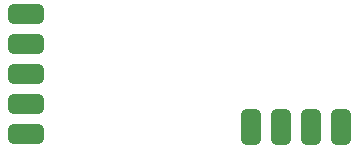
<source format=gbp>
G04 #@! TF.GenerationSoftware,KiCad,Pcbnew,(6.0.11-0)*
G04 #@! TF.CreationDate,2023-02-20T23:18:05+08:00*
G04 #@! TF.ProjectId,ublaster_jtag,75626c61-7374-4657-925f-6a7461672e6b,rev?*
G04 #@! TF.SameCoordinates,Original*
G04 #@! TF.FileFunction,Paste,Bot*
G04 #@! TF.FilePolarity,Positive*
%FSLAX46Y46*%
G04 Gerber Fmt 4.6, Leading zero omitted, Abs format (unit mm)*
G04 Created by KiCad (PCBNEW (6.0.11-0)) date 2023-02-20 23:18:05*
%MOMM*%
%LPD*%
G01*
G04 APERTURE LIST*
G04 Aperture macros list*
%AMRoundRect*
0 Rectangle with rounded corners*
0 $1 Rounding radius*
0 $2 $3 $4 $5 $6 $7 $8 $9 X,Y pos of 4 corners*
0 Add a 4 corners polygon primitive as box body*
4,1,4,$2,$3,$4,$5,$6,$7,$8,$9,$2,$3,0*
0 Add four circle primitives for the rounded corners*
1,1,$1+$1,$2,$3*
1,1,$1+$1,$4,$5*
1,1,$1+$1,$6,$7*
1,1,$1+$1,$8,$9*
0 Add four rect primitives between the rounded corners*
20,1,$1+$1,$2,$3,$4,$5,0*
20,1,$1+$1,$4,$5,$6,$7,0*
20,1,$1+$1,$6,$7,$8,$9,0*
20,1,$1+$1,$8,$9,$2,$3,0*%
G04 Aperture macros list end*
%ADD10RoundRect,0.425000X1.075000X0.425000X-1.075000X0.425000X-1.075000X-0.425000X1.075000X-0.425000X0*%
%ADD11RoundRect,0.425000X0.425000X-1.075000X0.425000X1.075000X-0.425000X1.075000X-0.425000X-1.075000X0*%
G04 APERTURE END LIST*
D10*
G04 #@! TO.C,J6*
X10896600Y-4856400D03*
X10896600Y-7396400D03*
X10896600Y-9936400D03*
X10896600Y-12476400D03*
X10896600Y-15016400D03*
G04 #@! TD*
D11*
G04 #@! TO.C,J7*
X37531200Y-14427200D03*
X34991200Y-14427200D03*
X32451200Y-14427200D03*
X29911200Y-14427200D03*
G04 #@! TD*
M02*

</source>
